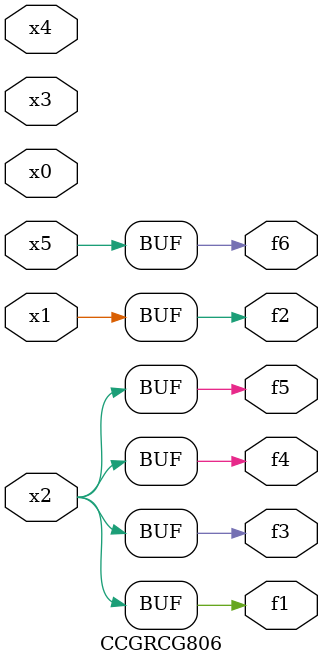
<source format=v>
module CCGRCG806(
	input x0, x1, x2, x3, x4, x5,
	output f1, f2, f3, f4, f5, f6
);
	assign f1 = x2;
	assign f2 = x1;
	assign f3 = x2;
	assign f4 = x2;
	assign f5 = x2;
	assign f6 = x5;
endmodule

</source>
